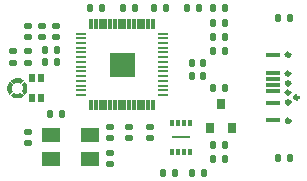
<source format=gbp>
G04 #@! TF.GenerationSoftware,KiCad,Pcbnew,7.0.10*
G04 #@! TF.CreationDate,2024-01-15T15:50:16+01:00*
G04 #@! TF.ProjectId,mico,6d69636f-2e6b-4696-9361-645f70636258,rev?*
G04 #@! TF.SameCoordinates,Original*
G04 #@! TF.FileFunction,Paste,Bot*
G04 #@! TF.FilePolarity,Positive*
%FSLAX46Y46*%
G04 Gerber Fmt 4.6, Leading zero omitted, Abs format (unit mm)*
G04 Created by KiCad (PCBNEW 7.0.10) date 2024-01-15 15:50:16*
%MOMM*%
%LPD*%
G01*
G04 APERTURE LIST*
G04 Aperture macros list*
%AMRoundRect*
0 Rectangle with rounded corners*
0 $1 Rounding radius*
0 $2 $3 $4 $5 $6 $7 $8 $9 X,Y pos of 4 corners*
0 Add a 4 corners polygon primitive as box body*
4,1,4,$2,$3,$4,$5,$6,$7,$8,$9,$2,$3,0*
0 Add four circle primitives for the rounded corners*
1,1,$1+$1,$2,$3*
1,1,$1+$1,$4,$5*
1,1,$1+$1,$6,$7*
1,1,$1+$1,$8,$9*
0 Add four rect primitives between the rounded corners*
20,1,$1+$1,$2,$3,$4,$5,0*
20,1,$1+$1,$4,$5,$6,$7,0*
20,1,$1+$1,$6,$7,$8,$9,0*
20,1,$1+$1,$8,$9,$2,$3,0*%
G04 Aperture macros list end*
%ADD10C,0.300000*%
%ADD11C,0.010000*%
%ADD12C,0.001000*%
%ADD13R,1.200000X0.300000*%
%ADD14RoundRect,0.135000X0.135000X0.185000X-0.135000X0.185000X-0.135000X-0.185000X0.135000X-0.185000X0*%
%ADD15RoundRect,0.135000X-0.135000X-0.185000X0.135000X-0.185000X0.135000X0.185000X-0.135000X0.185000X0*%
%ADD16RoundRect,0.006000X0.094000X-0.414000X0.094000X0.414000X-0.094000X0.414000X-0.094000X-0.414000X0*%
%ADD17RoundRect,0.020000X0.400000X-0.080000X0.400000X0.080000X-0.400000X0.080000X-0.400000X-0.080000X0*%
%ADD18R,0.522000X0.725000*%
%ADD19R,1.600000X0.200000*%
%ADD20R,0.300000X0.500000*%
%ADD21R,0.800000X0.900000*%
%ADD22RoundRect,0.140000X-0.140000X-0.170000X0.140000X-0.170000X0.140000X0.170000X-0.140000X0.170000X0*%
%ADD23RoundRect,0.140000X-0.170000X0.140000X-0.170000X-0.140000X0.170000X-0.140000X0.170000X0.140000X0*%
%ADD24RoundRect,0.135000X0.185000X-0.135000X0.185000X0.135000X-0.185000X0.135000X-0.185000X-0.135000X0*%
%ADD25RoundRect,0.140000X0.140000X0.170000X-0.140000X0.170000X-0.140000X-0.170000X0.140000X-0.170000X0*%
%ADD26RoundRect,0.140000X0.170000X-0.140000X0.170000X0.140000X-0.170000X0.140000X-0.170000X-0.140000X0*%
%ADD27R,1.600000X1.300000*%
%ADD28RoundRect,0.147500X0.147500X0.172500X-0.147500X0.172500X-0.147500X-0.172500X0.147500X-0.172500X0*%
%ADD29RoundRect,0.135000X-0.185000X0.135000X-0.185000X-0.135000X0.185000X-0.135000X0.185000X0.135000X0*%
G04 APERTURE END LIST*
D10*
X144610000Y-114800000D02*
G75*
G03*
X144310000Y-114800000I-150000J0D01*
G01*
X144310000Y-114800000D02*
G75*
G03*
X144610000Y-114800000I150000J0D01*
G01*
X145320000Y-112800000D02*
G75*
G03*
X145020000Y-112800000I-150000J0D01*
G01*
X145020000Y-112800000D02*
G75*
G03*
X145320000Y-112800000I150000J0D01*
G01*
X144610000Y-113200000D02*
G75*
G03*
X144310000Y-113200000I-150000J0D01*
G01*
X144310000Y-113200000D02*
G75*
G03*
X144610000Y-113200000I150000J0D01*
G01*
X144610000Y-112400000D02*
G75*
G03*
X144310000Y-112400000I-150000J0D01*
G01*
X144310000Y-112400000D02*
G75*
G03*
X144610000Y-112400000I150000J0D01*
G01*
X144610000Y-111600000D02*
G75*
G03*
X144310000Y-111600000I-150000J0D01*
G01*
X144310000Y-111600000D02*
G75*
G03*
X144610000Y-111600000I150000J0D01*
G01*
X144610000Y-110800000D02*
G75*
G03*
X144310000Y-110800000I-150000J0D01*
G01*
X144310000Y-110800000D02*
G75*
G03*
X144610000Y-110800000I150000J0D01*
G01*
X144610000Y-109200000D02*
G75*
G03*
X144310000Y-109200000I-150000J0D01*
G01*
X144310000Y-109200000D02*
G75*
G03*
X144610000Y-109200000I150000J0D01*
G01*
D11*
X131380000Y-110980000D02*
X129420000Y-110980000D01*
X129420000Y-109020000D01*
X131380000Y-109020000D01*
X131380000Y-110980000D01*
G36*
X131380000Y-110980000D02*
G01*
X129420000Y-110980000D01*
X129420000Y-109020000D01*
X131380000Y-109020000D01*
X131380000Y-110980000D01*
G37*
D12*
X121660191Y-111203797D02*
X121810000Y-111250000D01*
X121915000Y-111300000D01*
X121989766Y-111354691D01*
X121875000Y-111470000D01*
X121780000Y-111565000D01*
X121730000Y-111540000D01*
X121675000Y-111515000D01*
X121620000Y-111500000D01*
X121560000Y-111490000D01*
X121500000Y-111486397D01*
X121380000Y-111500000D01*
X121275391Y-111538463D01*
X121217334Y-111573828D01*
X121115000Y-111475000D01*
X121000000Y-111360000D01*
X121090000Y-111300000D01*
X121190000Y-111250000D01*
X121270000Y-111220000D01*
X121360000Y-111200000D01*
X121500000Y-111190000D01*
X121660191Y-111203797D01*
G36*
X121660191Y-111203797D02*
G01*
X121810000Y-111250000D01*
X121915000Y-111300000D01*
X121989766Y-111354691D01*
X121875000Y-111470000D01*
X121780000Y-111565000D01*
X121730000Y-111540000D01*
X121675000Y-111515000D01*
X121620000Y-111500000D01*
X121560000Y-111490000D01*
X121500000Y-111486397D01*
X121380000Y-111500000D01*
X121275391Y-111538463D01*
X121217334Y-111573828D01*
X121115000Y-111475000D01*
X121000000Y-111360000D01*
X121090000Y-111300000D01*
X121190000Y-111250000D01*
X121270000Y-111220000D01*
X121360000Y-111200000D01*
X121500000Y-111190000D01*
X121660191Y-111203797D01*
G37*
X120970000Y-111615000D02*
X121075000Y-111720000D01*
X121040000Y-111770000D01*
X121000000Y-111880000D01*
X120986397Y-112000000D01*
X121000000Y-112120000D01*
X121038463Y-112224609D01*
X121078828Y-112282666D01*
X120980000Y-112380000D01*
X120860000Y-112500000D01*
X120795000Y-112405000D01*
X120750000Y-112310000D01*
X120720000Y-112230000D01*
X120700000Y-112140000D01*
X120690000Y-112060000D01*
X120690000Y-112000000D01*
X120690000Y-111935000D01*
X120703797Y-111839809D01*
X120720000Y-111765000D01*
X120750000Y-111690000D01*
X120795000Y-111595000D01*
X120859691Y-111500234D01*
X120970000Y-111615000D01*
G36*
X120970000Y-111615000D02*
G01*
X121075000Y-111720000D01*
X121040000Y-111770000D01*
X121000000Y-111880000D01*
X120986397Y-112000000D01*
X121000000Y-112120000D01*
X121038463Y-112224609D01*
X121078828Y-112282666D01*
X120980000Y-112380000D01*
X120860000Y-112500000D01*
X120795000Y-112405000D01*
X120750000Y-112310000D01*
X120720000Y-112230000D01*
X120700000Y-112140000D01*
X120690000Y-112060000D01*
X120690000Y-112000000D01*
X120690000Y-111935000D01*
X120703797Y-111839809D01*
X120720000Y-111765000D01*
X120750000Y-111690000D01*
X120795000Y-111595000D01*
X120859691Y-111500234D01*
X120970000Y-111615000D01*
G37*
X121270000Y-112460000D02*
X121380000Y-112500000D01*
X121500000Y-112513603D01*
X121620000Y-112500000D01*
X121724609Y-112461537D01*
X121787666Y-112426172D01*
X121885000Y-112525000D01*
X122000000Y-112640000D01*
X121905000Y-112705000D01*
X121810000Y-112750000D01*
X121720000Y-112780000D01*
X121640000Y-112800000D01*
X121500000Y-112810000D01*
X121339809Y-112796203D01*
X121190000Y-112750000D01*
X121075000Y-112690000D01*
X121005234Y-112645309D01*
X121120000Y-112530000D01*
X121220000Y-112425000D01*
X121270000Y-112460000D01*
G36*
X121270000Y-112460000D02*
G01*
X121380000Y-112500000D01*
X121500000Y-112513603D01*
X121620000Y-112500000D01*
X121724609Y-112461537D01*
X121787666Y-112426172D01*
X121885000Y-112525000D01*
X122000000Y-112640000D01*
X121905000Y-112705000D01*
X121810000Y-112750000D01*
X121720000Y-112780000D01*
X121640000Y-112800000D01*
X121500000Y-112810000D01*
X121339809Y-112796203D01*
X121190000Y-112750000D01*
X121075000Y-112690000D01*
X121005234Y-112645309D01*
X121120000Y-112530000D01*
X121220000Y-112425000D01*
X121270000Y-112460000D01*
G37*
X122200000Y-111590000D02*
X122250000Y-111690000D01*
X122280000Y-111780000D01*
X122300000Y-111860000D01*
X122310000Y-112000000D01*
X122296203Y-112160191D01*
X122250000Y-112310000D01*
X122205000Y-112400000D01*
X122140309Y-112499766D01*
X122030000Y-112385000D01*
X121930000Y-112285000D01*
X121965000Y-112230000D01*
X122005000Y-112120000D01*
X122010000Y-112120000D01*
X122005000Y-112110000D01*
X122020000Y-112005000D01*
X122023603Y-111995000D01*
X122020000Y-111995000D01*
X122005000Y-111875000D01*
X121961537Y-111775391D01*
X121926172Y-111707334D01*
X122025000Y-111610000D01*
X122135000Y-111495000D01*
X122200000Y-111590000D01*
G36*
X122200000Y-111590000D02*
G01*
X122250000Y-111690000D01*
X122280000Y-111780000D01*
X122300000Y-111860000D01*
X122310000Y-112000000D01*
X122296203Y-112160191D01*
X122250000Y-112310000D01*
X122205000Y-112400000D01*
X122140309Y-112499766D01*
X122030000Y-112385000D01*
X121930000Y-112285000D01*
X121965000Y-112230000D01*
X122005000Y-112120000D01*
X122010000Y-112120000D01*
X122005000Y-112110000D01*
X122020000Y-112005000D01*
X122023603Y-111995000D01*
X122020000Y-111995000D01*
X122005000Y-111875000D01*
X121961537Y-111775391D01*
X121926172Y-111707334D01*
X122025000Y-111610000D01*
X122135000Y-111495000D01*
X122200000Y-111590000D01*
G37*
D13*
X143150000Y-109250000D03*
X143150000Y-110750000D03*
X143150000Y-111250000D03*
X143150000Y-111750000D03*
X143150000Y-112250000D03*
X143150000Y-113250000D03*
X143150000Y-114750000D03*
D14*
X144610000Y-117900000D03*
X143590000Y-117900000D03*
D15*
X144610000Y-106100000D03*
X143590000Y-106100000D03*
D16*
X133000000Y-106565000D03*
X132600000Y-106565000D03*
X132200000Y-106565000D03*
X131800000Y-106565000D03*
X131400000Y-106565000D03*
X131000000Y-106565000D03*
X130600000Y-106565000D03*
X130200000Y-106565000D03*
X129800000Y-106565000D03*
X129400000Y-106565000D03*
X129000000Y-106565000D03*
X128600000Y-106565000D03*
X128200000Y-106565000D03*
X127800000Y-106565000D03*
X127800000Y-113435000D03*
X128200000Y-113435000D03*
X128600000Y-113435000D03*
X129000000Y-113435000D03*
X129400000Y-113435000D03*
X129800000Y-113435000D03*
X130200000Y-113435000D03*
X130600000Y-113435000D03*
X131000000Y-113435000D03*
X131400000Y-113435000D03*
X131800000Y-113435000D03*
X132200000Y-113435000D03*
X132600000Y-113435000D03*
X133000000Y-113435000D03*
D17*
X133835000Y-112600000D03*
X133835000Y-112200000D03*
X133835000Y-111800000D03*
X133835000Y-111400000D03*
X133835000Y-111000000D03*
X133835000Y-110600000D03*
X133835000Y-110200000D03*
X133835000Y-109800000D03*
X133835000Y-109400000D03*
X133835000Y-109000000D03*
X133835000Y-108600000D03*
X133835000Y-108200000D03*
X133835000Y-107800000D03*
X133835000Y-107400000D03*
X126965000Y-107400000D03*
X126965000Y-107800000D03*
X126965000Y-108200000D03*
X126965000Y-108600000D03*
X126965000Y-109000000D03*
X126965000Y-109400000D03*
X126965000Y-109800000D03*
X126965000Y-110200000D03*
X126965000Y-110600000D03*
X126965000Y-111000000D03*
X126965000Y-111400000D03*
X126965000Y-111800000D03*
X126965000Y-112200000D03*
X126965000Y-112600000D03*
D18*
X122752000Y-111162500D03*
X123574000Y-111162500D03*
X122752000Y-112837500D03*
X123574000Y-112837500D03*
D19*
X135400000Y-116200000D03*
D20*
X136150000Y-114980000D03*
X135650000Y-114980000D03*
X135150000Y-114980000D03*
X134650000Y-114980000D03*
X134650000Y-117420000D03*
X135150000Y-117420000D03*
X135650000Y-117420000D03*
X136150000Y-117420000D03*
D21*
X138800000Y-113400000D03*
X137850000Y-115400000D03*
X139750000Y-115400000D03*
D22*
X139080000Y-118000000D03*
X138120000Y-118000000D03*
D23*
X129400000Y-117520000D03*
X129400000Y-118480000D03*
D14*
X131510000Y-105250000D03*
X130490000Y-105250000D03*
D24*
X122400000Y-108890000D03*
X122400000Y-109910000D03*
D25*
X124880000Y-109800000D03*
X123920000Y-109800000D03*
D23*
X129400000Y-116280000D03*
X129400000Y-115320000D03*
D14*
X137310000Y-119200000D03*
X136290000Y-119200000D03*
D22*
X138120000Y-106500000D03*
X139080000Y-106500000D03*
D23*
X132800000Y-115320000D03*
X132800000Y-116280000D03*
D25*
X124880000Y-108800000D03*
X123920000Y-108800000D03*
D15*
X138090000Y-108900000D03*
X139110000Y-108900000D03*
D14*
X125310000Y-114200000D03*
X124290000Y-114200000D03*
D25*
X127720000Y-105250000D03*
X128680000Y-105250000D03*
X139080000Y-112000000D03*
X138120000Y-112000000D03*
D26*
X124800000Y-107680000D03*
X124800000Y-106720000D03*
D22*
X135920000Y-105250000D03*
X136880000Y-105250000D03*
X138120000Y-105250000D03*
X139080000Y-105250000D03*
D27*
X124350000Y-118000000D03*
X127650000Y-118000000D03*
X127650000Y-116000000D03*
X124350000Y-116000000D03*
D23*
X122400000Y-107680000D03*
X122400000Y-106720000D03*
X123600000Y-107680000D03*
X123600000Y-106720000D03*
D22*
X137280000Y-111000000D03*
X136320000Y-111000000D03*
D23*
X131000000Y-116280000D03*
X131000000Y-115320000D03*
D22*
X137280000Y-109900000D03*
X136320000Y-109900000D03*
D14*
X133890000Y-119200000D03*
X134910000Y-119200000D03*
D28*
X133115000Y-105250000D03*
X134085000Y-105250000D03*
D15*
X139110000Y-107700000D03*
X138090000Y-107700000D03*
D29*
X121200000Y-108890000D03*
X121200000Y-109910000D03*
D22*
X139080000Y-116800000D03*
X138120000Y-116800000D03*
D26*
X122400000Y-115720000D03*
X122400000Y-116680000D03*
M02*

</source>
